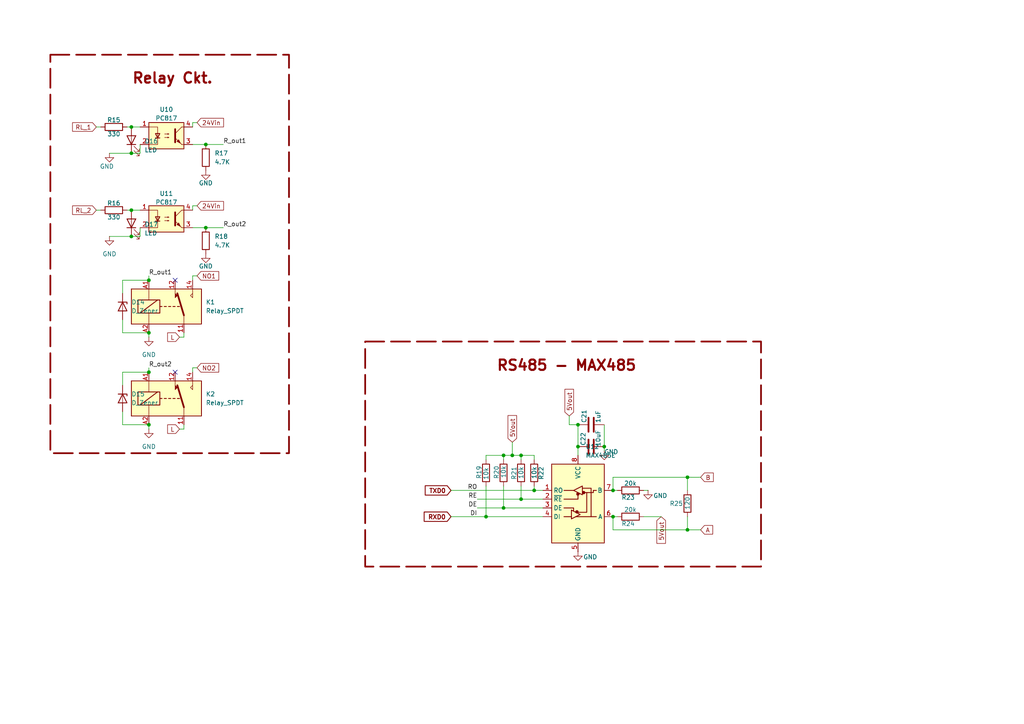
<source format=kicad_sch>
(kicad_sch (version 20231120) (generator "eeschema") (generator_version "8.0")
  (paper "A4")
  (lib_symbols
    (symbol "Device:C" (pin_numbers hide) (pin_names (offset 0.254))
      (property "Reference" "C" (at 0.635 2.54 0))
      (property "Value" "C" (at 0.635 -2.54 0))
      (symbol "C_0_1"
        (polyline (pts (xy -2.032 -0.762) (xy 2.032 -0.762)) (stroke (width 0.508)))
        (polyline (pts (xy -2.032 0.762) (xy 2.032 0.762)) (stroke (width 0.508)))
      )
      (symbol "C_1_1"
        (pin passive line (at 0 3.81 270) (length 2.794) (name "~") (number "1"))
        (pin passive line (at 0 -3.81 90) (length 2.794) (name "~") (number "2"))
      )
    )
    (symbol "Device:D_Zener" (pin_numbers hide) (pin_names (offset 1.016) hide)
      (property "Reference" "D" (at 0 2.54 0))
      (property "Value" "D_Zener" (at 0 -2.54 0))
      (symbol "D_Zener_0_1"
        (polyline (pts (xy 1.27 0) (xy -1.27 0)))
        (polyline (pts (xy -1.27 -1.27) (xy -1.27 1.27) (xy -0.762 1.27)) (stroke (width 0.254)))
        (polyline (pts (xy 1.27 -1.27) (xy 1.27 1.27) (xy -1.27 0) (xy 1.27 -1.27)) (stroke (width 0.254)))
      )
      (symbol "D_Zener_1_1"
        (pin passive line (at -3.81 0 0) (length 2.54) (name "K") (number "1"))
        (pin passive line (at 3.81 0 180) (length 2.54) (name "A") (number "2"))
      )
    )
    (symbol "Device:LED" (pin_numbers hide) (pin_names (offset 1.016) hide)
      (property "Reference" "D" (at 0 2.54 0))
      (property "Value" "LED" (at 0 -2.54 0))
      (symbol "LED_0_1"
        (polyline (pts (xy -1.27 -1.27) (xy -1.27 1.27)) (stroke (width 0.254)))
        (polyline (pts (xy -1.27 0) (xy 1.27 0)))
        (polyline (pts (xy 1.27 -1.27) (xy 1.27 1.27) (xy -1.27 0) (xy 1.27 -1.27)) (stroke (width 0.254)))
        (polyline (pts (xy -3.048 -0.762) (xy -4.572 -2.286) (xy -3.81 -2.286) (xy -4.572 -2.286) (xy -4.572 -1.524)))
        (polyline (pts (xy -1.778 -0.762) (xy -3.302 -2.286) (xy -2.54 -2.286) (xy -3.302 -2.286) (xy -3.302 -1.524)))
      )
      (symbol "LED_1_1"
        (pin passive line (at -3.81 0 0) (length 2.54) (name "K") (number "1"))
        (pin passive line (at 3.81 0 180) (length 2.54) (name "A") (number "2"))
      )
    )
    (symbol "Device:R" (pin_numbers hide) (pin_names (offset 0))
      (property "Reference" "R" (at 2.032 0 90))
      (property "Value" "R" (at 0 0 90))
      (symbol "R_0_1"
        (rectangle (start -1.016 -2.54) (end 1.016 2.54) (stroke (width 0.254)))
      )
      (symbol "R_1_1"
        (pin passive line (at 0 3.81 270) (length 1.27) (name "~") (number "1"))
        (pin passive line (at 0 -3.81 90) (length 1.27) (name "~") (number "2"))
      )
    )
    (symbol "Interface_UART:MAX485E"
      (property "Reference" "U" (at -6.096 11.43 0))
      (property "Value" "MAX485E" (at 0.762 11.43 0))
      (symbol "MAX485E_0_1"
        (rectangle (start -7.62 10.16) (end 7.62 -12.7) (stroke (width 0.254)) (fill (type background)))
        (circle (center -0.3048 -3.683) (radius 0.3556) (stroke (width 0.254)) (fill (type outline)))
        (circle (center -0.0254 1.4986) (radius 0.3556) (stroke (width 0.254)) (fill (type outline)))
        (polyline (pts (xy -4.064 -5.08) (xy -1.905 -5.08)) (stroke (width 0.254)))
        (polyline (pts (xy -4.064 2.54) (xy -1.27 2.54)) (stroke (width 0.254)))
        (polyline (pts (xy -1.27 -3.2004) (xy -1.27 -3.4544)) (stroke (width 0.254)))
        (polyline (pts (xy -0.635 -5.08) (xy 5.334 -5.08)) (stroke (width 0.254)))
        (polyline (pts (xy -4.064 -2.54) (xy -1.27 -2.54) (xy -1.27 -3.175)) (stroke (width 0.254)))
        (polyline (pts (xy 0 1.27) (xy 0 0) (xy -4.064 0)) (stroke (width 0.254)))
        (polyline (pts (xy 1.27 3.175) (xy 3.81 3.175) (xy 3.81 -5.08)) (stroke (width 0.254)))
        (polyline (pts (xy 2.54 1.905) (xy 2.54 -3.81) (xy 0 -3.81)) (stroke (width 0.254)))
        (polyline (pts (xy -1.905 -3.175) (xy -1.905 -5.715) (xy 0.635 -4.445) (xy -1.905 -3.175)) (stroke (width 0.254)))
        (polyline (pts (xy -1.27 2.54) (xy 1.27 3.81) (xy 1.27 1.27) (xy -1.27 2.54)) (stroke (width 0.254)))
        (polyline (pts (xy 1.905 1.905) (xy 4.445 1.905) (xy 4.445 2.54) (xy 5.334 2.54)) (stroke (width 0.254)))
        (rectangle (start 1.27 3.175) (end 1.27 3.175))
        (circle (center 1.651 1.905) (radius 0.3556) (stroke (width 0.254)) (fill (type outline)))
      )
      (symbol "MAX485E_1_1"
        (pin output line (at -10.16 2.54 0) (length 2.54) (name "RO") (number "1"))
        (pin input line (at -10.16 0 0) (length 2.54) (name "~{RE}") (number "2"))
        (pin input line (at -10.16 -2.54 0) (length 2.54) (name "DE") (number "3"))
        (pin input line (at -10.16 -5.08 0) (length 2.54) (name "DI") (number "4"))
        (pin power_in line (at 0 -15.24 90) (length 2.54) (name "GND") (number "5"))
        (pin bidirectional line (at 10.16 -5.08 180) (length 2.54) (name "A") (number "6"))
        (pin bidirectional line (at 10.16 2.54 180) (length 2.54) (name "B") (number "7"))
        (pin power_in line (at 0 12.7 270) (length 2.54) (name "VCC") (number "8"))
      )
    )
    (symbol "Isolator:PC817" (pin_names (offset 1.016))
      (property "Reference" "U" (at -5.08 5.08 0))
      (property "Value" "PC817" (at 0 5.08 0))
      (symbol "PC817_0_1"
        (rectangle (start -5.08 3.81) (end 5.08 -3.81) (stroke (width 0.254)) (fill (type background)))
        (polyline (pts (xy -3.175 -0.635) (xy -1.905 -0.635)) (stroke (width 0.254)))
        (polyline (pts (xy 2.54 0.635) (xy 4.445 2.54)))
        (polyline (pts (xy 4.445 -2.54) (xy 2.54 -0.635)) (fill (type outline)))
        (polyline (pts (xy 4.445 -2.54) (xy 5.08 -2.54)))
        (polyline (pts (xy 4.445 2.54) (xy 5.08 2.54)))
        (polyline (pts (xy -5.08 2.54) (xy -2.54 2.54) (xy -2.54 -0.635)))
        (polyline (pts (xy -2.54 -0.635) (xy -2.54 -2.54) (xy -5.08 -2.54)))
        (polyline (pts (xy 2.54 1.905) (xy 2.54 -1.905) (xy 2.54 -1.905)) (stroke (width 0.508)))
        (polyline (pts (xy -2.54 -0.635) (xy -3.175 0.635) (xy -1.905 0.635) (xy -2.54 -0.635)) (stroke (width 0.254)))
        (polyline (pts (xy -0.508 -0.508) (xy 0.762 -0.508) (xy 0.381 -0.635) (xy 0.381 -0.381) (xy 0.762 -0.508)))
        (polyline (pts (xy -0.508 0.508) (xy 0.762 0.508) (xy 0.381 0.381) (xy 0.381 0.635) (xy 0.762 0.508)))
        (polyline (pts (xy 3.048 -1.651) (xy 3.556 -1.143) (xy 4.064 -2.159) (xy 3.048 -1.651) (xy 3.048 -1.651)) (fill (type outline)))
      )
      (symbol "PC817_1_1"
        (pin passive line (at -7.62 2.54 0) (length 2.54) (name "~") (number "1"))
        (pin passive line (at -7.62 -2.54 0) (length 2.54) (name "~") (number "2"))
        (pin passive line (at 7.62 -2.54 180) (length 2.54) (name "~") (number "3"))
        (pin passive line (at 7.62 2.54 180) (length 2.54) (name "~") (number "4"))
      )
    )
    (symbol "Relay:Relay_SPDT"
      (property "Reference" "K" (at 11.43 3.81 0))
      (property "Value" "Relay_SPDT" (at 11.43 1.27 0))
      (symbol "Relay_SPDT_0_0"
        (polyline (pts (xy 7.62 5.08) (xy 7.62 2.54) (xy 6.985 3.175) (xy 7.62 3.81)))
      )
      (symbol "Relay_SPDT_0_1"
        (rectangle (start -10.16 5.08) (end 10.16 -5.08) (stroke (width 0.254)) (fill (type background)))
        (rectangle (start -8.255 1.905) (end -1.905 -1.905) (stroke (width 0.254)))
        (polyline (pts (xy -7.62 -1.905) (xy -2.54 1.905)) (stroke (width 0.254)))
        (polyline (pts (xy -5.08 -5.08) (xy -5.08 -1.905)))
        (polyline (pts (xy -5.08 5.08) (xy -5.08 1.905)))
        (polyline (pts (xy -1.905 0) (xy -1.27 0)) (stroke (width 0.254)))
        (polyline (pts (xy -0.635 0) (xy 0 0)) (stroke (width 0.254)))
        (polyline (pts (xy 0.635 0) (xy 1.27 0)) (stroke (width 0.254)))
        (polyline (pts (xy 1.905 0) (xy 2.54 0)) (stroke (width 0.254)))
        (polyline (pts (xy 3.175 0) (xy 3.81 0)) (stroke (width 0.254)))
        (polyline (pts (xy 5.08 -2.54) (xy 3.175 3.81)) (stroke (width 0.508)))
        (polyline (pts (xy 5.08 -2.54) (xy 5.08 -5.08)))
        (polyline (pts (xy 2.54 5.08) (xy 2.54 2.54) (xy 3.175 3.175) (xy 2.54 3.81)) (fill (type outline)))
      )
      (symbol "Relay_SPDT_1_1"
        (pin passive line (at 5.08 -7.62 90) (length 2.54) (name "~") (number "11"))
        (pin passive line (at 2.54 7.62 270) (length 2.54) (name "~") (number "12"))
        (pin passive line (at 7.62 7.62 270) (length 2.54) (name "~") (number "14"))
        (pin passive line (at -5.08 7.62 270) (length 2.54) (name "~") (number "A1"))
        (pin passive line (at -5.08 -7.62 90) (length 2.54) (name "~") (number "A2"))
      )
    )
    (symbol "power:GND" (power) (pin_numbers hide) (pin_names (offset 0) hide)
      (property "Value" "GND" (at 0 -3.81 0))
      (symbol "GND_0_1"
        (polyline (pts (xy 0 0) (xy 0 -1.27) (xy 1.27 -1.27) (xy 0 -2.54) (xy -1.27 -1.27) (xy 0 -1.27)))
      )
      (symbol "GND_1_1"
        (pin power_in line (at 0 0 270) (length 0) (name "~") (number "1"))
      )
    )
  )
  (junction (at 43.18 123.19))
  (junction (at 199.39 153.67))
  (junction (at 148.59 132.08))
  (junction (at 38.1 36.83))
  (junction (at 38.1 60.96))
  (junction (at 167.64 123.19))
  (junction (at 140.97 149.86))
  (junction (at 146.05 147.32))
  (junction (at 151.13 144.78))
  (junction (at 151.13 132.08))
  (junction (at 43.18 96.52))
  (junction (at 38.1 44.45))
  (junction (at 38.1 68.58))
  (junction (at 59.69 66.04))
  (junction (at 177.8 149.86))
  (junction (at 154.94 142.24))
  (junction (at 167.64 129.54))
  (junction (at 199.39 138.43))
  (junction (at 59.69 41.91))
  (junction (at 43.18 81.28))
  (junction (at 177.8 142.24))
  (junction (at 146.05 132.08))
  (junction (at 43.18 107.95))
  (junction (at 175.26 129.54))
  (no_connect (at 50.8 81.28))
  (no_connect (at 50.8 107.95))
  (wire (pts (xy 179.07 149.86) (xy 177.8 149.86)))
  (wire (pts (xy 31.75 44.45) (xy 38.1 44.45)))
  (wire (pts (xy 35.56 123.19) (xy 43.18 123.19)))
  (wire (pts (xy 187.96 142.24) (xy 186.69 142.24)))
  (wire (pts (xy 57.15 80.01) (xy 55.88 80.01)))
  (wire (pts (xy 186.69 149.86) (xy 191.77 149.86)))
  (wire (pts (xy 38.1 68.58) (xy 40.64 68.58)))
  (wire (pts (xy 177.8 153.67) (xy 199.39 153.67)))
  (wire (pts (xy 59.69 41.91) (xy 64.77 41.91)))
  (wire (pts (xy 27.94 60.96) (xy 29.21 60.96)))
  (wire (pts (xy 36.83 60.96) (xy 38.1 60.96)))
  (wire (pts (xy 148.59 128.27) (xy 148.59 132.08)))
  (wire (pts (xy 35.56 92.71) (xy 35.56 96.52)))
  (wire (pts (xy 167.64 129.54) (xy 167.64 132.08)))
  (wire (pts (xy 59.69 66.04) (xy 64.77 66.04)))
  (wire (pts (xy 199.39 153.67) (xy 203.2 153.67)))
  (wire (pts (xy 43.18 124.46) (xy 43.18 123.19)))
  (wire (pts (xy 53.34 97.79) (xy 52.07 97.79)))
  (wire (pts (xy 148.59 132.08) (xy 151.13 132.08)))
  (wire (pts (xy 55.88 106.68) (xy 55.88 107.95)))
  (wire (pts (xy 146.05 147.32) (xy 157.48 147.32)))
  (wire (pts (xy 53.34 97.79) (xy 53.34 96.52)))
  (wire (pts (xy 165.1 123.19) (xy 167.64 123.19)))
  (wire (pts (xy 140.97 149.86) (xy 157.48 149.86)))
  (wire (pts (xy 53.34 124.46) (xy 53.34 123.19)))
  (wire (pts (xy 27.94 36.83) (xy 29.21 36.83)))
  (wire (pts (xy 57.15 59.69) (xy 55.88 59.69)))
  (wire (pts (xy 53.34 124.46) (xy 52.07 124.46)))
  (wire (pts (xy 31.75 68.58) (xy 38.1 68.58)))
  (wire (pts (xy 35.56 81.28) (xy 43.18 81.28)))
  (wire (pts (xy 151.13 132.08) (xy 154.94 132.08)))
  (wire (pts (xy 55.88 66.04) (xy 59.69 66.04)))
  (wire (pts (xy 57.15 106.68) (xy 55.88 106.68)))
  (wire (pts (xy 38.1 36.83) (xy 40.64 36.83)))
  (wire (pts (xy 38.1 44.45) (xy 40.64 44.45)))
  (wire (pts (xy 140.97 140.97) (xy 140.97 149.86)))
  (wire (pts (xy 130.81 149.86) (xy 140.97 149.86)))
  (wire (pts (xy 177.8 149.86) (xy 177.8 153.67)))
  (wire (pts (xy 35.56 107.95) (xy 43.18 107.95)))
  (wire (pts (xy 179.07 142.24) (xy 177.8 142.24)))
  (wire (pts (xy 146.05 140.97) (xy 146.05 147.32)))
  (wire (pts (xy 151.13 144.78) (xy 157.48 144.78)))
  (wire (pts (xy 43.18 106.68) (xy 43.18 107.95)))
  (wire (pts (xy 130.81 142.24) (xy 154.94 142.24)))
  (wire (pts (xy 177.8 138.43) (xy 199.39 138.43)))
  (wire (pts (xy 146.05 132.08) (xy 148.59 132.08)))
  (wire (pts (xy 199.39 149.86) (xy 199.39 153.67)))
  (wire (pts (xy 43.18 80.01) (xy 43.18 81.28)))
  (wire (pts (xy 138.43 147.32) (xy 146.05 147.32)))
  (wire (pts (xy 35.56 85.09) (xy 35.56 81.28)))
  (wire (pts (xy 165.1 120.65) (xy 165.1 123.19)))
  (wire (pts (xy 175.26 129.54) (xy 175.26 123.19)))
  (wire (pts (xy 36.83 36.83) (xy 38.1 36.83)))
  (wire (pts (xy 167.64 123.19) (xy 167.64 129.54)))
  (wire (pts (xy 55.88 80.01) (xy 55.88 81.28)))
  (wire (pts (xy 38.1 60.96) (xy 40.64 60.96)))
  (wire (pts (xy 138.43 144.78) (xy 151.13 144.78)))
  (wire (pts (xy 40.64 44.45) (xy 40.64 41.91)))
  (wire (pts (xy 35.56 119.38) (xy 35.56 123.19)))
  (wire (pts (xy 35.56 96.52) (xy 43.18 96.52)))
  (wire (pts (xy 43.18 97.79) (xy 43.18 96.52)))
  (wire (pts (xy 140.97 133.35) (xy 140.97 132.08)))
  (wire (pts (xy 154.94 142.24) (xy 157.48 142.24)))
  (wire (pts (xy 151.13 140.97) (xy 151.13 144.78)))
  (wire (pts (xy 140.97 132.08) (xy 146.05 132.08)))
  (wire (pts (xy 154.94 132.08) (xy 154.94 133.35)))
  (wire (pts (xy 199.39 138.43) (xy 203.2 138.43)))
  (wire (pts (xy 199.39 142.24) (xy 199.39 138.43)))
  (wire (pts (xy 175.26 130.81) (xy 175.26 129.54)))
  (wire (pts (xy 146.05 132.08) (xy 146.05 133.35)))
  (wire (pts (xy 35.56 111.76) (xy 35.56 107.95)))
  (wire (pts (xy 57.15 35.56) (xy 55.88 35.56)))
  (wire (pts (xy 177.8 142.24) (xy 177.8 138.43)))
  (wire (pts (xy 40.64 68.58) (xy 40.64 66.04)))
  (wire (pts (xy 154.94 140.97) (xy 154.94 142.24)))
  (wire (pts (xy 55.88 41.91) (xy 59.69 41.91)))
  (wire (pts (xy 55.88 35.56) (xy 55.88 36.83)))
  (wire (pts (xy 55.88 59.69) (xy 55.88 60.96)))
  (wire (pts (xy 151.13 132.08) (xy 151.13 133.35)))
  (rectangle (start 105.918 99.06) (end 220.726 164.338) (stroke (width 0.5) (type dash) (color 132 0 0 1)))
  (rectangle (start 14.605 15.875) (end 83.82 131.445) (stroke (width 0.5) (type dash) (color 132 0 0 1)))
  (text "RS485 - MAX485\n" (at 164.338 106.172 0) (effects (font (size 3 3) (thickness 0.6) (bold yes))))
  (text "Relay Ckt." (at 50.038 22.86 0) (effects (font (size 3 3) (thickness 0.6) (bold yes))))
  (label "R_out2" (at 64.77 66.04 0))
  (label "R_out1" (at 64.77 41.91 0))
  (label "R_out1" (at 43.18 80.01 0))
  (label "DE" (at 138.43 147.32 180))
  (label "RO" (at 138.43 142.24 180))
  (label "R_out2" (at 43.18 106.68 0))
  (label "DI" (at 138.43 149.86 180))
  (label "RE" (at 138.43 144.78 180))
  (global_label "RXD0" (shape input) (at 130.81 149.86 180) (effects (font (bold yes))) (property "Intersheetrefs" "${INTERSHEET_REFS}" (effects (hide yes))))
  (global_label "5Vout" (shape input) (at 148.59 128.27 90) (property "Intersheetrefs" "${INTERSHEET_REFS}" (effects (hide yes))))
  (global_label "L" (shape input) (at 52.07 97.79 180) (property "Intersheetrefs" "${INTERSHEET_REFS}" (effects (hide yes))))
  (global_label "RL_1" (shape input) (at 27.94 36.83 180) (property "Intersheetrefs" "${INTERSHEET_REFS}" (effects (hide yes))))
  (global_label "TXD0" (shape input) (at 130.81 142.24 180) (effects (font (bold yes))) (property "Intersheetrefs" "${INTERSHEET_REFS}" (effects (hide yes))))
  (global_label "5Vout" (shape input) (at 191.77 149.86 270) (property "Intersheetrefs" "${INTERSHEET_REFS}" (effects (hide yes))))
  (global_label "RL_2" (shape input) (at 27.94 60.96 180) (property "Intersheetrefs" "${INTERSHEET_REFS}" (effects (hide yes))))
  (global_label "24Vin" (shape input) (at 57.15 59.69 0) (property "Intersheetrefs" "${INTERSHEET_REFS}" (effects (hide yes))))
  (global_label "L" (shape input) (at 52.07 124.46 180) (property "Intersheetrefs" "${INTERSHEET_REFS}" (effects (hide yes))))
  (global_label "NO1" (shape input) (at 57.15 80.01 0) (property "Intersheetrefs" "${INTERSHEET_REFS}" (effects (hide yes))))
  (global_label "5Vout" (shape input) (at 165.1 120.65 90) (property "Intersheetrefs" "${INTERSHEET_REFS}" (effects (hide yes))))
  (global_label "B" (shape input) (at 203.2 138.43 0) (property "Intersheetrefs" "${INTERSHEET_REFS}" (effects (hide yes))))
  (global_label "24Vin" (shape input) (at 57.15 35.56 0) (property "Intersheetrefs" "${INTERSHEET_REFS}" (effects (hide yes))))
  (global_label "NO2" (shape input) (at 57.15 106.68 0) (property "Intersheetrefs" "${INTERSHEET_REFS}" (effects (hide yes))))
  (global_label "A" (shape input) (at 203.2 153.67 0) (property "Intersheetrefs" "${INTERSHEET_REFS}" (effects (hide yes))))
  (symbol (lib_id "Device:LED") (at 38.1 64.77 90) (unit 1)
    (property "Reference" "D17" (at 41.91 65.0874 90) (effects (justify right)))
    (property "Value" "LED" (at 41.91 67.6274 90) (effects (justify right)))
    (property "Footprint" "LED_SMD:LED_1206_3216Metric_Pad1.42x1.75mm_HandSolder" (effects (hide yes)))
    (property "Description" "Light emitting diode" (effects (hide yes)))
  )
  (symbol (lib_id "Device:R") (at 199.39 146.05 180) (unit 1)
    (property "Reference" "R25" (at 198.12 146.05 0) (effects (justify left)))
    (property "Value" "120" (at 199.39 144.018 90) (effects (justify left)))
    (property "Footprint" "Resistor_SMD:R_1206_3216Metric_Pad1.30x1.75mm_HandSolder" (effects (hide yes)))
    (property "Description" "Resistor" (effects (hide yes)))
  )
  (symbol (lib_id "power:GND") (at 43.18 97.79 0) (unit 1)
    (property "Reference" "#PWR028" (effects (hide yes)))
    (property "Value" "GND" (at 43.18 102.87 0))
    (property "Description" "Power symbol creates a global label with name \"GND\" , ground" (effects (hide yes)))
  )
  (symbol (lib_id "power:GND") (at 31.75 44.45 0) (unit 1)
    (property "Reference" "#PWR026" (effects (hide yes)))
    (property "Value" "GND" (at 30.988 48.26 0))
    (property "Description" "Power symbol creates a global label with name \"GND\" , ground" (effects (hide yes)))
  )
  (symbol (lib_id "Device:R") (at 59.69 45.72 0) (unit 1)
    (property "Reference" "R17" (at 62.23 44.4499 0) (effects (justify left)))
    (property "Value" "4.7K" (at 62.23 46.9899 0) (effects (justify left)))
    (property "Footprint" "Resistor_SMD:R_1206_3216Metric_Pad1.30x1.75mm_HandSolder" (effects (hide yes)))
    (property "Description" "Resistor" (effects (hide yes)))
  )
  (symbol (lib_id "power:GND") (at 175.26 130.81 0) (unit 1)
    (property "Reference" "#PWR033" (effects (hide yes)))
    (property "Value" "GND" (at 177.292 131.064 0))
    (property "Description" "Power symbol creates a global label with name \"GND\" , ground" (effects (hide yes)))
  )
  (symbol (lib_id "Isolator:PC817") (at 48.26 39.37 0) (unit 1)
    (property "Reference" "U10" (at 48.26 31.75 0))
    (property "Value" "PC817" (at 48.26 34.29 0))
    (property "Footprint" "Package_DIP:DIP-4_W7.62mm" (effects (hide yes)))
    (property "Datasheet" "http://www.soselectronic.cz/a_info/resource/d/pc817.pdf" (effects (hide yes)))
    (property "Description" "DC Optocoupler, Vce 35V, CTR 50-300%, DIP-4" (effects (hide yes)))
  )
  (symbol (lib_id "Device:R") (at 33.02 60.96 90) (unit 1)
    (property "Reference" "R16" (at 33.02 58.928 90))
    (property "Value" "330" (at 33.02 62.992 90))
    (property "Footprint" "Resistor_SMD:R_1206_3216Metric_Pad1.30x1.75mm_HandSolder" (effects (hide yes)))
    (property "Description" "Resistor" (effects (hide yes)))
  )
  (symbol (lib_id "Device:R") (at 33.02 36.83 90) (unit 1)
    (property "Reference" "R15" (at 33.02 34.798 90))
    (property "Value" "330" (at 33.02 38.862 90))
    (property "Footprint" "Resistor_SMD:R_1206_3216Metric_Pad1.30x1.75mm_HandSolder" (effects (hide yes)))
    (property "Description" "Resistor" (effects (hide yes)))
  )
  (symbol (lib_id "Isolator:PC817") (at 48.26 63.5 0) (unit 1)
    (property "Reference" "U11" (at 48.26 56.134 0))
    (property "Value" "PC817" (at 48.26 58.674 0))
    (property "Footprint" "Package_DIP:DIP-4_W7.62mm" (effects (hide yes)))
    (property "Datasheet" "http://www.soselectronic.cz/a_info/resource/d/pc817.pdf" (effects (hide yes)))
    (property "Description" "DC Optocoupler, Vce 35V, CTR 50-300%, DIP-4" (effects (hide yes)))
  )
  (symbol (lib_id "power:GND") (at 59.69 73.66 0) (unit 1)
    (property "Reference" "#PWR031" (effects (hide yes)))
    (property "Value" "GND" (at 59.69 77.216 0))
    (property "Description" "Power symbol creates a global label with name \"GND\" , ground" (effects (hide yes)))
  )
  (symbol (lib_id "Device:D_Zener") (at 35.56 88.9 270) (unit 1)
    (property "Reference" "D14" (at 38.1 87.6299 90) (effects (justify left)))
    (property "Value" "D_Zener" (at 38.1 90.1699 90) (effects (justify left)))
    (property "Footprint" "Diode_SMD:D_MiniMELF" (effects (hide yes)))
    (property "Description" "Zener diode" (effects (hide yes)))
  )
  (symbol (lib_id "power:GND") (at 31.75 68.58 0) (unit 1)
    (property "Reference" "#PWR027" (effects (hide yes)))
    (property "Value" "GND" (at 31.75 73.66 0))
    (property "Description" "Power symbol creates a global label with name \"GND\" , ground" (effects (hide yes)))
  )
  (symbol (lib_id "Relay:Relay_SPDT") (at 48.26 88.9 0) (unit 1)
    (property "Reference" "K1" (at 59.69 87.6299 0) (effects (justify left)))
    (property "Value" "Relay_SPDT" (at 59.69 90.1699 0) (effects (justify left)))
    (property "Footprint" "Relay_THT:Relay_SPDT_Hongfa_HF3F-L-xx-1ZL1T" (effects (hide yes)))
    (property "Description" "Monostable Relay SPDT, EN50005" (effects (hide yes)))
  )
  (symbol (lib_id "Relay:Relay_SPDT") (at 48.26 115.57 0) (unit 1)
    (property "Reference" "K2" (at 59.69 114.2999 0) (effects (justify left)))
    (property "Value" "Relay_SPDT" (at 59.69 116.8399 0) (effects (justify left)))
    (property "Footprint" "Relay_THT:Relay_SPDT_Hongfa_HF3F-L-xx-1ZL1T" (effects (hide yes)))
    (property "Description" "Monostable Relay SPDT, EN50005" (effects (hide yes)))
  )
  (symbol (lib_id "power:GND") (at 167.64 160.02 0) (unit 1)
    (property "Reference" "#PWR032" (effects (hide yes)))
    (property "Value" "GND" (at 171.196 161.544 0))
    (property "Description" "Power symbol creates a global label with name \"GND\" , ground" (effects (hide yes)))
  )
  (symbol (lib_id "Device:R") (at 140.97 137.16 0) (unit 1)
    (property "Reference" "R19" (at 138.938 138.938 90) (effects (justify left)))
    (property "Value" "10k" (at 140.97 139.192 90) (effects (justify left)))
    (property "Footprint" "Resistor_SMD:R_1206_3216Metric_Pad1.30x1.75mm_HandSolder" (effects (hide yes)))
    (property "Description" "Resistor" (effects (hide yes)))
  )
  (symbol (lib_id "power:GND") (at 187.96 142.24 0) (unit 1)
    (property "Reference" "#PWR034" (effects (hide yes)))
    (property "Value" "GND" (at 191.516 143.764 0))
    (property "Description" "Power symbol creates a global label with name \"GND\" , ground" (effects (hide yes)))
  )
  (symbol (lib_id "Device:LED") (at 38.1 40.64 90) (unit 1)
    (property "Reference" "D16" (at 41.91 40.9574 90) (effects (justify right)))
    (property "Value" "LED" (at 41.91 43.4974 90) (effects (justify right)))
    (property "Footprint" "LED_SMD:LED_1206_3216Metric_Pad1.42x1.75mm_HandSolder" (effects (hide yes)))
    (property "Description" "Light emitting diode" (effects (hide yes)))
  )
  (symbol (lib_id "Device:R") (at 182.88 142.24 90) (unit 1)
    (property "Reference" "R23" (at 184.15 144.272 90) (effects (justify left)))
    (property "Value" "20k" (at 184.658 140.208 90) (effects (justify left)))
    (property "Footprint" "Resistor_SMD:R_1206_3216Metric_Pad1.30x1.75mm_HandSolder" (effects (hide yes)))
    (property "Description" "Resistor" (effects (hide yes)))
  )
  (symbol (lib_id "Device:R") (at 146.05 137.16 0) (unit 1)
    (property "Reference" "R20" (at 144.018 138.938 90) (effects (justify left)))
    (property "Value" "10k" (at 146.05 138.684 90) (effects (justify left)))
    (property "Footprint" "Resistor_SMD:R_1206_3216Metric_Pad1.30x1.75mm_HandSolder" (effects (hide yes)))
    (property "Description" "Resistor" (effects (hide yes)))
  )
  (symbol (lib_id "Device:D_Zener") (at 35.56 115.57 270) (unit 1)
    (property "Reference" "D15" (at 38.1 114.2999 90) (effects (justify left)))
    (property "Value" "D_Zener" (at 38.1 116.8399 90) (effects (justify left)))
    (property "Footprint" "Diode_SMD:D_MiniMELF" (effects (hide yes)))
    (property "Description" "Zener diode" (effects (hide yes)))
  )
  (symbol (lib_id "Device:C") (at 171.45 129.54 90) (unit 1)
    (property "Reference" "C22" (at 169.164 129.286 0) (effects (justify left)))
    (property "Value" "10uF" (at 173.482 129.54 0) (effects (justify left)))
    (property "Footprint" "Capacitor_SMD:C_1206_3216Metric_Pad1.33x1.80mm_HandSolder" (effects (hide yes)))
    (property "Description" "Unpolarized capacitor" (effects (hide yes)))
  )
  (symbol (lib_id "Device:C") (at 171.45 123.19 90) (unit 1)
    (property "Reference" "C21" (at 169.418 122.682 0) (effects (justify left)))
    (property "Value" "1uF" (at 173.482 122.682 0) (effects (justify left)))
    (property "Footprint" "Capacitor_SMD:C_1206_3216Metric_Pad1.33x1.80mm_HandSolder" (effects (hide yes)))
    (property "Description" "Unpolarized capacitor" (effects (hide yes)))
  )
  (symbol (lib_id "Interface_UART:MAX485E") (at 167.64 144.78 0) (unit 1)
    (property "Reference" "U12" (at 169.8341 129.54 0) (effects (justify left)))
    (property "Value" "MAX485E" (at 169.8341 132.08 0) (effects (justify left)))
    (property "Footprint" "Package_SO:SOIC-8_3.9x4.9mm_P1.27mm" (effects (hide yes)))
    (property "Datasheet" "https://datasheets.maximintegrated.com/en/ds/MAX1487E-MAX491E.pdf" (effects (hide yes)))
    (property "Description" "Half duplex RS-485/RS-422, 2.5 Mbps, ±15kV electro-static discharge (ESD) protection, no slew-rate, no low-power shutdown, with receiver/driver enable, 32 receiver drive capability, DIP-8 and SOIC-8" (effects (hide yes)))
  )
  (symbol (lib_id "Device:R") (at 59.69 69.85 0) (unit 1)
    (property "Reference" "R18" (at 62.23 68.5799 0) (effects (justify left)))
    (property "Value" "4.7K" (at 62.23 71.1199 0) (effects (justify left)))
    (property "Footprint" "Resistor_SMD:R_1206_3216Metric_Pad1.30x1.75mm_HandSolder" (effects (hide yes)))
    (property "Description" "Resistor" (effects (hide yes)))
  )
  (symbol (lib_id "power:GND") (at 59.69 49.53 0) (unit 1)
    (property "Reference" "#PWR030" (effects (hide yes)))
    (property "Value" "GND" (at 59.69 53.086 0))
    (property "Description" "Power symbol creates a global label with name \"GND\" , ground" (effects (hide yes)))
  )
  (symbol (lib_id "Device:R") (at 154.94 137.16 0) (unit 1)
    (property "Reference" "R22" (at 156.972 139.192 90) (effects (justify left)))
    (property "Value" "10k" (at 154.94 138.938 90) (effects (justify left)))
    (property "Footprint" "Resistor_SMD:R_1206_3216Metric_Pad1.30x1.75mm_HandSolder" (effects (hide yes)))
    (property "Description" "Resistor" (effects (hide yes)))
  )
  (symbol (lib_id "Device:R") (at 182.88 149.86 90) (unit 1)
    (property "Reference" "R24" (at 184.15 151.892 90) (effects (justify left)))
    (property "Value" "20k" (at 184.658 147.828 90) (effects (justify left)))
    (property "Footprint" "Resistor_SMD:R_1206_3216Metric_Pad1.30x1.75mm_HandSolder" (effects (hide yes)))
    (property "Description" "Resistor" (effects (hide yes)))
  )
  (symbol (lib_id "power:GND") (at 43.18 124.46 0) (unit 1)
    (property "Reference" "#PWR029" (effects (hide yes)))
    (property "Value" "GND" (at 43.18 129.54 0))
    (property "Description" "Power symbol creates a global label with name \"GND\" , ground" (effects (hide yes)))
  )
  (symbol (lib_id "Device:R") (at 151.13 137.16 0) (unit 1)
    (property "Reference" "R21" (at 149.098 139.192 90) (effects (justify left)))
    (property "Value" "10k" (at 151.13 138.938 90) (effects (justify left)))
    (property "Footprint" "Resistor_SMD:R_1206_3216Metric_Pad1.30x1.75mm_HandSolder" (effects (hide yes)))
    (property "Description" "Resistor" (effects (hide yes)))
  )
)
</source>
